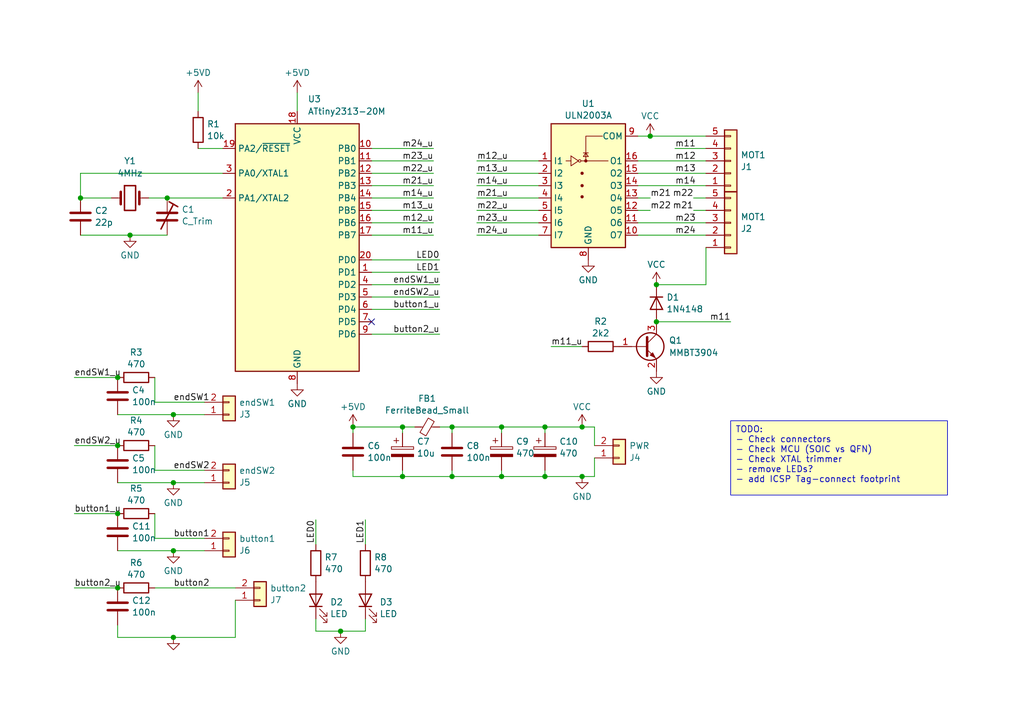
<source format=kicad_sch>
(kicad_sch (version 20250114) (generator "eeschema") (generator_version "9.0")
  (paper "A5")
  (title_block (title "Split flap driver") (date "2025-08-31") (rev "A") (company "Xavier Bourlot"))
  (lib_symbols
    (symbol "Connector_Generic:Conn_01x02" (pin_names (offset 1.016) (hide yes))
      (property "Reference" "J" (at 0 2.54 0))
      (property "Value" "Conn_01x02" (at 0 -5.08 0))
      (symbol "Conn_01x02_1_1"
        (rectangle (start -1.27 1.27) (end 1.27 -3.81) (stroke (width 0.254)) (fill (type background)))
        (rectangle (start -1.27 0.127) (end 0 -0.127) (stroke (width 0.1524)))
        (rectangle (start -1.27 -2.413) (end 0 -2.667) (stroke (width 0.1524)))
        (pin passive line (at -5.08 0 0) (length 3.81) (name "Pin_1") (number "1"))
        (pin passive line (at -5.08 -2.54 0) (length 3.81) (name "Pin_2") (number "2"))
      )
    )
    (symbol "Connector_Generic:Conn_01x05" (pin_names (offset 1.016) (hide yes))
      (property "Reference" "J" (at 0 7.62 0))
      (property "Value" "Conn_01x05" (at 0 -7.62 0))
      (symbol "Conn_01x05_1_1"
        (rectangle (start -1.27 6.35) (end 1.27 -6.35) (stroke (width 0.254)) (fill (type background)))
        (rectangle (start -1.27 5.207) (end 0 4.953) (stroke (width 0.1524)))
        (rectangle (start -1.27 2.667) (end 0 2.413) (stroke (width 0.1524)))
        (rectangle (start -1.27 0.127) (end 0 -0.127) (stroke (width 0.1524)))
        (rectangle (start -1.27 -2.413) (end 0 -2.667) (stroke (width 0.1524)))
        (rectangle (start -1.27 -4.953) (end 0 -5.207) (stroke (width 0.1524)))
        (pin passive line (at -5.08 5.08 0) (length 3.81) (name "Pin_1") (number "1"))
        (pin passive line (at -5.08 2.54 0) (length 3.81) (name "Pin_2") (number "2"))
        (pin passive line (at -5.08 0 0) (length 3.81) (name "Pin_3") (number "3"))
        (pin passive line (at -5.08 -2.54 0) (length 3.81) (name "Pin_4") (number "4"))
        (pin passive line (at -5.08 -5.08 0) (length 3.81) (name "Pin_5") (number "5"))
      )
    )
    (symbol "Device:C" (pin_numbers (hide yes)) (pin_names (offset 0.254))
      (property "Reference" "C" (at 0.635 2.54 0))
      (property "Value" "C" (at 0.635 -2.54 0))
      (symbol "C_0_1"
        (polyline (pts (xy -2.032 0.762) (xy 2.032 0.762)) (stroke (width 0.508)))
        (polyline (pts (xy -2.032 -0.762) (xy 2.032 -0.762)) (stroke (width 0.508)))
      )
      (symbol "C_1_1"
        (pin passive line (at 0 3.81 270) (length 2.794) (name "~") (number "1"))
        (pin passive line (at 0 -3.81 90) (length 2.794) (name "~") (number "2"))
      )
    )
    (symbol "Device:C_Polarized" (pin_numbers (hide yes)) (pin_names (offset 0.254))
      (property "Reference" "C" (at 0.635 2.54 0))
      (property "Value" "C_Polarized" (at 0.635 -2.54 0))
      (symbol "C_Polarized_0_1"
        (rectangle (start -2.286 0.508) (end 2.286 1.016))
        (polyline (pts (xy -1.778 2.286) (xy -0.762 2.286)))
        (polyline (pts (xy -1.27 2.794) (xy -1.27 1.778)))
        (rectangle (start 2.286 -0.508) (end -2.286 -1.016) (fill (type outline)))
      )
      (symbol "C_Polarized_1_1"
        (pin passive line (at 0 3.81 270) (length 2.794) (name "~") (number "1"))
        (pin passive line (at 0 -3.81 90) (length 2.794) (name "~") (number "2"))
      )
    )
    (symbol "Device:C_Trim" (pin_numbers (hide yes)) (pin_names (offset 0.254) (hide yes))
      (property "Reference" "C" (at 1.524 -2.032 0))
      (property "Value" "C_Trim" (at 3.048 -3.556 0))
      (symbol "C_Trim_0_1"
        (polyline (pts (xy -2.032 0.762) (xy 2.032 0.762)) (stroke (width 0.508)))
        (polyline (pts (xy -2.032 -0.762) (xy 2.032 -0.762)) (stroke (width 0.508)))
        (polyline (pts (xy 1.27 2.54) (xy -1.27 -2.54)) (stroke (width 0.3048)))
        (polyline (pts (xy 1.27 2.54) (xy 0.381 3.048)) (stroke (width 0.3048)))
        (polyline (pts (xy 1.27 2.54) (xy 2.159 2.032)) (stroke (width 0.3048)))
      )
      (symbol "C_Trim_1_1"
        (pin passive line (at 0 3.81 270) (length 3.048) (name "~") (number "1"))
        (pin passive line (at 0 -3.81 90) (length 3.048) (name "~") (number "2"))
      )
    )
    (symbol "Device:Crystal" (pin_numbers (hide yes)) (pin_names (offset 1.016) (hide yes))
      (property "Reference" "Y" (at 0 3.81 0))
      (property "Value" "Crystal" (at 0 -3.81 0))
      (symbol "Crystal_0_1"
        (polyline (pts (xy -2.54 0) (xy -1.905 0)))
        (polyline (pts (xy -1.905 -1.27) (xy -1.905 1.27)) (stroke (width 0.508)))
        (rectangle (start -1.143 2.54) (end 1.143 -2.54) (stroke (width 0.3048)))
        (polyline (pts (xy 1.905 -1.27) (xy 1.905 1.27)) (stroke (width 0.508)))
        (polyline (pts (xy 2.54 0) (xy 1.905 0)))
      )
      (symbol "Crystal_1_1"
        (pin passive line (at -3.81 0 0) (length 1.27) (name "1") (number "1"))
        (pin passive line (at 3.81 0 180) (length 1.27) (name "2") (number "2"))
      )
    )
    (symbol "Device:FerriteBead_Small" (pin_numbers (hide yes)) (pin_names (offset 0))
      (property "Reference" "FB" (at 1.905 1.27 0))
      (property "Value" "FerriteBead_Small" (at 1.905 -1.27 0))
      (symbol "FerriteBead_Small_0_1"
        (polyline (pts (xy -1.8288 0.2794) (xy -1.1176 1.4986) (xy 1.8288 -0.2032) (xy 1.1176 -1.4224) (xy -1.8288 0.2794)))
        (polyline (pts (xy 0 0.889) (xy 0 1.2954)))
        (polyline (pts (xy 0 -1.27) (xy 0 -0.7874)))
      )
      (symbol "FerriteBead_Small_1_1"
        (pin passive line (at 0 2.54 270) (length 1.27) (name "~") (number "1"))
        (pin passive line (at 0 -2.54 90) (length 1.27) (name "~") (number "2"))
      )
    )
    (symbol "Device:LED" (pin_numbers (hide yes)) (pin_names (offset 1.016) (hide yes))
      (property "Reference" "D" (at 0 2.54 0))
      (property "Value" "LED" (at 0 -2.54 0))
      (symbol "LED_0_1"
        (polyline (pts (xy -3.048 -0.762) (xy -4.572 -2.286) (xy -3.81 -2.286) (xy -4.572 -2.286) (xy -4.572 -1.524)))
        (polyline (pts (xy -1.778 -0.762) (xy -3.302 -2.286) (xy -2.54 -2.286) (xy -3.302 -2.286) (xy -3.302 -1.524)))
        (polyline (pts (xy -1.27 0) (xy 1.27 0)))
        (polyline (pts (xy -1.27 -1.27) (xy -1.27 1.27)) (stroke (width 0.254)))
        (polyline (pts (xy 1.27 -1.27) (xy 1.27 1.27) (xy -1.27 0) (xy 1.27 -1.27)) (stroke (width 0.254)))
      )
      (symbol "LED_1_1"
        (pin passive line (at -3.81 0 0) (length 2.54) (name "K") (number "1"))
        (pin passive line (at 3.81 0 180) (length 2.54) (name "A") (number "2"))
      )
    )
    (symbol "Device:R" (pin_numbers (hide yes)) (pin_names (offset 0))
      (property "Reference" "R" (at 2.032 0 90))
      (property "Value" "R" (at 0 0 90))
      (symbol "R_0_1"
        (rectangle (start -1.016 -2.54) (end 1.016 2.54) (stroke (width 0.254)))
      )
      (symbol "R_1_1"
        (pin passive line (at 0 3.81 270) (length 1.27) (name "~") (number "1"))
        (pin passive line (at 0 -3.81 90) (length 1.27) (name "~") (number "2"))
      )
    )
    (symbol "Diode:1N4148" (pin_numbers (hide yes)) (pin_names (hide yes))
      (property "Reference" "D" (at 0 2.54 0))
      (property "Value" "1N4148" (at 0 -2.54 0))
      (symbol "1N4148_0_1"
        (polyline (pts (xy -1.27 1.27) (xy -1.27 -1.27)) (stroke (width 0.254)))
        (polyline (pts (xy 1.27 1.27) (xy 1.27 -1.27) (xy -1.27 0) (xy 1.27 1.27)) (stroke (width 0.254)))
        (polyline (pts (xy 1.27 0) (xy -1.27 0)))
      )
      (symbol "1N4148_1_1"
        (pin passive line (at -3.81 0 0) (length 2.54) (name "K") (number "1"))
        (pin passive line (at 3.81 0 180) (length 2.54) (name "A") (number "2"))
      )
    )
    (symbol "MCU_Microchip_ATtiny:ATtiny2313-20M"
      (property "Reference" "U" (at -12.7 26.67 0))
      (property "Value" "ATtiny2313-20M" (at 2.54 -26.67 0))
      (symbol "ATtiny2313-20M_0_1"
        (rectangle (start -12.7 -25.4) (end 12.7 25.4) (stroke (width 0.254)) (fill (type background)))
      )
      (symbol "ATtiny2313-20M_1_1"
        (pin bidirectional line (at -15.24 20.32 0) (length 2.54) (name "PA2/~{RESET}") (number "19"))
        (pin bidirectional line (at -15.24 15.24 0) (length 2.54) (name "PA0/XTAL1") (number "3"))
        (pin bidirectional line (at -15.24 10.16 0) (length 2.54) (name "PA1/XTAL2") (number "2"))
        (pin power_in line (at 0 27.94 270) (length 2.54) (name "VCC") (number "18"))
        (pin passive line (at 0 -27.94 90) (length 2.54) (hide yes) (name "GND") (number "21"))
        (pin power_in line (at 0 -27.94 90) (length 2.54) (name "GND") (number "8"))
        (pin bidirectional line (at 15.24 20.32 180) (length 2.54) (name "PB0") (number "10"))
        (pin bidirectional line (at 15.24 17.78 180) (length 2.54) (name "PB1") (number "11"))
        (pin bidirectional line (at 15.24 15.24 180) (length 2.54) (name "PB2") (number "12"))
        (pin bidirectional line (at 15.24 12.7 180) (length 2.54) (name "PB3") (number "13"))
        (pin bidirectional line (at 15.24 10.16 180) (length 2.54) (name "PB4") (number "14"))
        (pin bidirectional line (at 15.24 7.62 180) (length 2.54) (name "PB5") (number "15"))
        (pin bidirectional line (at 15.24 5.08 180) (length 2.54) (name "PB6") (number "16"))
        (pin bidirectional line (at 15.24 2.54 180) (length 2.54) (name "PB7") (number "17"))
        (pin bidirectional line (at 15.24 -2.54 180) (length 2.54) (name "PD0") (number "20"))
        (pin bidirectional line (at 15.24 -5.08 180) (length 2.54) (name "PD1") (number "1"))
        (pin bidirectional line (at 15.24 -7.62 180) (length 2.54) (name "PD2") (number "4"))
        (pin bidirectional line (at 15.24 -10.16 180) (length 2.54) (name "PD3") (number "5"))
        (pin bidirectional line (at 15.24 -12.7 180) (length 2.54) (name "PD4") (number "6"))
        (pin bidirectional line (at 15.24 -15.24 180) (length 2.54) (name "PD5") (number "7"))
        (pin bidirectional line (at 15.24 -17.78 180) (length 2.54) (name "PD6") (number "9"))
      )
    )
    (symbol "Transistor_Array:ULN2003A"
      (property "Reference" "U" (at 0 15.875 0))
      (property "Value" "ULN2003A" (at 0 13.97 0))
      (symbol "ULN2003A_0_1"
        (rectangle (start -7.62 -12.7) (end 7.62 12.7) (stroke (width 0.254)) (fill (type background)))
        (polyline (pts (xy -4.572 5.08) (xy -3.556 5.08)))
        (polyline (pts (xy -3.556 6.096) (xy -3.556 4.064) (xy -2.032 5.08) (xy -3.556 6.096)))
        (circle (center -1.778 5.08) (radius 0.254))
        (polyline (pts (xy -1.524 5.08) (xy 4.064 5.08)))
        (circle (center -1.27 2.54) (radius 0.254) (fill (type outline)))
        (circle (center -1.27 0) (radius 0.254) (fill (type outline)))
        (circle (center -1.27 -2.286) (radius 0.254) (fill (type outline)))
        (circle (center -0.508 5.08) (radius 0.254) (fill (type outline)))
        (polyline (pts (xy -0.508 5.08) (xy -0.508 10.16) (xy 2.921 10.16)))
        (polyline (pts (xy 0 6.731) (xy -1.016 6.731)))
        (polyline (pts (xy 0 5.969) (xy -1.016 5.969) (xy -0.508 6.731) (xy 0 5.969)))
      )
      (symbol "ULN2003A_1_1"
        (pin input line (at -10.16 5.08 0) (length 2.54) (name "I1") (number "1"))
        (pin input line (at -10.16 2.54 0) (length 2.54) (name "I2") (number "2"))
        (pin input line (at -10.16 0 0) (length 2.54) (name "I3") (number "3"))
        (pin input line (at -10.16 -2.54 0) (length 2.54) (name "I4") (number "4"))
        (pin input line (at -10.16 -5.08 0) (length 2.54) (name "I5") (number "5"))
        (pin input line (at -10.16 -7.62 0) (length 2.54) (name "I6") (number "6"))
        (pin input line (at -10.16 -10.16 0) (length 2.54) (name "I7") (number "7"))
        (pin power_in line (at 0 -15.24 90) (length 2.54) (name "GND") (number "8"))
        (pin passive line (at 10.16 10.16 180) (length 2.54) (name "COM") (number "9"))
        (pin open_collector line (at 10.16 5.08 180) (length 2.54) (name "O1") (number "16"))
        (pin open_collector line (at 10.16 2.54 180) (length 2.54) (name "O2") (number "15"))
        (pin open_collector line (at 10.16 0 180) (length 2.54) (name "O3") (number "14"))
        (pin open_collector line (at 10.16 -2.54 180) (length 2.54) (name "O4") (number "13"))
        (pin open_collector line (at 10.16 -5.08 180) (length 2.54) (name "O5") (number "12"))
        (pin open_collector line (at 10.16 -7.62 180) (length 2.54) (name "O6") (number "11"))
        (pin open_collector line (at 10.16 -10.16 180) (length 2.54) (name "O7") (number "10"))
      )
    )
    (symbol "Transistor_BJT:MMBT3904" (pin_names (offset 0) (hide yes))
      (property "Reference" "Q" (at 5.08 1.905 0))
      (property "Value" "MMBT3904" (at 5.08 0 0))
      (symbol "MMBT3904_0_1"
        (polyline (pts (xy -2.54 0) (xy 0.635 0)))
        (polyline (pts (xy 0.635 1.905) (xy 0.635 -1.905)) (stroke (width 0.508)))
        (circle (center 1.27 0) (radius 2.8194) (stroke (width 0.254)))
      )
      (symbol "MMBT3904_1_1"
        (polyline (pts (xy 0.635 0.635) (xy 2.54 2.54)))
        (polyline (pts (xy 0.635 -0.635) (xy 2.54 -2.54)))
        (polyline (pts (xy 1.27 -1.778) (xy 1.778 -1.27) (xy 2.286 -2.286) (xy 1.27 -1.778)) (fill (type outline)))
        (pin input line (at -5.08 0 0) (length 2.54) (name "B") (number "1"))
        (pin passive line (at 2.54 5.08 270) (length 2.54) (name "C") (number "3"))
        (pin passive line (at 2.54 -5.08 90) (length 2.54) (name "E") (number "2"))
      )
    )
    (symbol "power:+5VD" (power) (pin_names (offset 0))
      (property "Value" "+5VD" (at 0 3.556 0))
      (symbol "+5VD_0_1"
        (polyline (pts (xy -0.762 1.27) (xy 0 2.54)))
        (polyline (pts (xy 0 2.54) (xy 0.762 1.27)))
        (polyline (pts (xy 0 0) (xy 0 2.54)))
      )
      (symbol "+5VD_1_1"
        (pin power_in line (at 0 0 90) (length 0) (hide yes) (name "+5VD") (number "1"))
      )
    )
    (symbol "power:GND" (power) (pin_names (offset 0))
      (property "Value" "GND" (at 0 -3.81 0))
      (symbol "GND_0_1"
        (polyline (pts (xy 0 0) (xy 0 -1.27) (xy 1.27 -1.27) (xy 0 -2.54) (xy -1.27 -1.27) (xy 0 -1.27)))
      )
      (symbol "GND_1_1"
        (pin power_in line (at 0 0 270) (length 0) (hide yes) (name "GND") (number "1"))
      )
    )
    (symbol "power:VCC" (power) (pin_names (offset 0))
      (property "Value" "VCC" (at 0 3.81 0))
      (symbol "VCC_0_1"
        (polyline (pts (xy -0.762 1.27) (xy 0 2.54)))
        (polyline (pts (xy 0 2.54) (xy 0.762 1.27)))
        (polyline (pts (xy 0 0) (xy 0 2.54)))
      )
      (symbol "VCC_1_1"
        (pin power_in line (at 0 0 90) (length 0) (hide yes) (name "VCC") (number "1"))
      )
    )
  )
  (text_box "TODO:\n- Check connectors\n- Check MCU (SOIC vs QFN)\n- Check XTAL trimmer\n- remove LEDs?\n- add ICSP Tag-connect footprint" (at 149.86 86.36 0) (size 44.45 15.24) (margins 0.9525 0.9525 0.9525 0.9525) (fill (type color) (color 255 255 194 1)) (effects (font (size 1.27 1.27)) (justify left top)))
  (junction (at 134.62 66.04))
  (junction (at 72.39 87.63))
  (junction (at 92.71 87.63))
  (junction (at 35.56 99.06))
  (junction (at 119.38 87.63))
  (junction (at 24.13 91.44))
  (junction (at 102.87 97.79))
  (junction (at 35.56 130.81))
  (junction (at 34.29 40.64))
  (junction (at 35.56 113.03))
  (junction (at 133.35 27.94))
  (junction (at 111.76 97.79))
  (junction (at 69.85 129.54))
  (junction (at 92.71 97.79))
  (junction (at 16.51 40.64))
  (junction (at 24.13 120.65))
  (junction (at 102.87 87.63))
  (junction (at 119.38 97.79))
  (junction (at 82.55 87.63))
  (junction (at 24.13 77.47))
  (junction (at 82.55 97.79))
  (junction (at 35.56 85.09))
  (junction (at 134.62 58.42))
  (junction (at 26.67 48.26))
  (junction (at 111.76 87.63))
  (junction (at 24.13 105.41))
  (no_connect (at 76.2 66.04))
  (wire (pts (xy 88.9 33.02) (xy 76.2 33.02)))
  (wire (pts (xy 92.71 97.79) (xy 82.55 97.79)))
  (wire (pts (xy 97.79 38.1) (xy 110.49 38.1)))
  (wire (pts (xy 24.13 99.06) (xy 35.56 99.06)))
  (wire (pts (xy 40.64 19.05) (xy 40.64 22.86)))
  (wire (pts (xy 76.2 53.34) (xy 90.17 53.34)))
  (wire (pts (xy 64.77 106.68) (xy 64.77 111.76)))
  (wire (pts (xy 82.55 96.52) (xy 82.55 97.79)))
  (wire (pts (xy 35.56 99.06) (xy 41.91 99.06)))
  (wire (pts (xy 74.93 106.68) (xy 74.93 111.76)))
  (wire (pts (xy 92.71 87.63) (xy 102.87 87.63)))
  (wire (pts (xy 133.35 43.18) (xy 130.81 43.18)))
  (wire (pts (xy 82.55 88.9) (xy 82.55 87.63)))
  (wire (pts (xy 142.24 43.18) (xy 144.78 43.18)))
  (wire (pts (xy 88.9 40.64) (xy 76.2 40.64)))
  (wire (pts (xy 35.56 85.09) (xy 41.91 85.09)))
  (wire (pts (xy 111.76 88.9) (xy 111.76 87.63)))
  (wire (pts (xy 31.75 77.47) (xy 31.75 82.55)))
  (wire (pts (xy 92.71 97.79) (xy 102.87 97.79)))
  (wire (pts (xy 15.24 105.41) (xy 24.13 105.41)))
  (wire (pts (xy 74.93 129.54) (xy 74.93 127)))
  (wire (pts (xy 97.79 33.02) (xy 110.49 33.02)))
  (wire (pts (xy 134.62 66.04) (xy 149.86 66.04)))
  (wire (pts (xy 88.9 38.1) (xy 76.2 38.1)))
  (wire (pts (xy 15.24 120.65) (xy 24.13 120.65)))
  (wire (pts (xy 82.55 87.63) (xy 85.09 87.63)))
  (wire (pts (xy 31.75 96.52) (xy 41.91 96.52)))
  (wire (pts (xy 64.77 127) (xy 64.77 129.54)))
  (wire (pts (xy 90.17 87.63) (xy 92.71 87.63)))
  (wire (pts (xy 16.51 48.26) (xy 26.67 48.26)))
  (wire (pts (xy 69.85 129.54) (xy 74.93 129.54)))
  (wire (pts (xy 144.78 33.02) (xy 130.81 33.02)))
  (wire (pts (xy 35.56 130.81) (xy 48.26 130.81)))
  (wire (pts (xy 102.87 97.79) (xy 111.76 97.79)))
  (wire (pts (xy 31.75 120.65) (xy 48.26 120.65)))
  (wire (pts (xy 30.48 40.64) (xy 34.29 40.64)))
  (wire (pts (xy 82.55 97.79) (xy 72.39 97.79)))
  (wire (pts (xy 31.75 91.44) (xy 31.75 96.52)))
  (wire (pts (xy 31.75 105.41) (xy 31.75 110.49)))
  (wire (pts (xy 130.81 48.26) (xy 144.78 48.26)))
  (wire (pts (xy 48.26 123.19) (xy 48.26 130.81)))
  (wire (pts (xy 144.78 58.42) (xy 134.62 58.42)))
  (wire (pts (xy 72.39 88.9) (xy 72.39 87.63)))
  (wire (pts (xy 102.87 96.52) (xy 102.87 97.79)))
  (wire (pts (xy 24.13 130.81) (xy 24.13 128.27)))
  (wire (pts (xy 88.9 30.48) (xy 76.2 30.48)))
  (wire (pts (xy 72.39 87.63) (xy 82.55 87.63)))
  (wire (pts (xy 45.72 35.56) (xy 16.51 35.56)))
  (wire (pts (xy 111.76 87.63) (xy 119.38 87.63)))
  (wire (pts (xy 97.79 43.18) (xy 110.49 43.18)))
  (wire (pts (xy 97.79 35.56) (xy 110.49 35.56)))
  (wire (pts (xy 24.13 113.03) (xy 35.56 113.03)))
  (wire (pts (xy 121.92 87.63) (xy 121.92 91.44)))
  (wire (pts (xy 88.9 45.72) (xy 76.2 45.72)))
  (wire (pts (xy 133.35 27.94) (xy 130.81 27.94)))
  (wire (pts (xy 119.38 87.63) (xy 121.92 87.63)))
  (wire (pts (xy 26.67 48.26) (xy 34.29 48.26)))
  (wire (pts (xy 15.24 77.47) (xy 24.13 77.47)))
  (wire (pts (xy 111.76 96.52) (xy 111.76 97.79)))
  (wire (pts (xy 34.29 40.64) (xy 45.72 40.64)))
  (wire (pts (xy 121.92 97.79) (xy 121.92 93.98)))
  (wire (pts (xy 144.78 35.56) (xy 130.81 35.56)))
  (wire (pts (xy 24.13 85.09) (xy 35.56 85.09)))
  (wire (pts (xy 133.35 27.94) (xy 144.78 27.94)))
  (wire (pts (xy 72.39 97.79) (xy 72.39 96.52)))
  (wire (pts (xy 24.13 130.81) (xy 35.56 130.81)))
  (wire (pts (xy 102.87 87.63) (xy 111.76 87.63)))
  (wire (pts (xy 35.56 113.03) (xy 41.91 113.03)))
  (wire (pts (xy 88.9 35.56) (xy 76.2 35.56)))
  (wire (pts (xy 76.2 55.88) (xy 90.17 55.88)))
  (wire (pts (xy 113.03 71.12) (xy 119.38 71.12)))
  (wire (pts (xy 76.2 60.96) (xy 90.17 60.96)))
  (wire (pts (xy 64.77 129.54) (xy 69.85 129.54)))
  (wire (pts (xy 119.38 97.79) (xy 121.92 97.79)))
  (wire (pts (xy 15.24 91.44) (xy 24.13 91.44)))
  (wire (pts (xy 144.78 50.8) (xy 144.78 58.42)))
  (wire (pts (xy 88.9 43.18) (xy 76.2 43.18)))
  (wire (pts (xy 31.75 110.49) (xy 41.91 110.49)))
  (wire (pts (xy 138.43 30.48) (xy 144.78 30.48)))
  (wire (pts (xy 16.51 35.56) (xy 16.51 40.64)))
  (wire (pts (xy 40.64 30.48) (xy 45.72 30.48)))
  (wire (pts (xy 144.78 38.1) (xy 130.81 38.1)))
  (wire (pts (xy 97.79 45.72) (xy 110.49 45.72)))
  (wire (pts (xy 97.79 48.26) (xy 110.49 48.26)))
  (wire (pts (xy 97.79 40.64) (xy 110.49 40.64)))
  (wire (pts (xy 76.2 63.5) (xy 90.17 63.5)))
  (wire (pts (xy 76.2 68.58) (xy 90.17 68.58)))
  (wire (pts (xy 102.87 88.9) (xy 102.87 87.63)))
  (wire (pts (xy 111.76 97.79) (xy 119.38 97.79)))
  (wire (pts (xy 92.71 87.63) (xy 92.71 88.9)))
  (wire (pts (xy 130.81 45.72) (xy 144.78 45.72)))
  (wire (pts (xy 31.75 82.55) (xy 41.91 82.55)))
  (wire (pts (xy 142.24 40.64) (xy 144.78 40.64)))
  (wire (pts (xy 60.96 19.05) (xy 60.96 22.86)))
  (wire (pts (xy 92.71 96.52) (xy 92.71 97.79)))
  (wire (pts (xy 133.35 40.64) (xy 130.81 40.64)))
  (wire (pts (xy 76.2 48.26) (xy 88.9 48.26)))
  (wire (pts (xy 16.51 40.64) (xy 22.86 40.64)))
  (wire (pts (xy 76.2 58.42) (xy 90.17 58.42)))
  (label "m24_u" (at 97.79 48.26 0))
  (label "endSW1" (at 35.56 82.55 0))
  (label "button1" (at 35.56 110.49 0))
  (label "m24_u" (at 88.9 30.48 180))
  (label "m13_u" (at 97.79 35.56 0))
  (label "m22_u" (at 97.79 43.18 0))
  (label "m14_u" (at 97.79 38.1 0))
  (label "m14_u" (at 88.9 40.64 180))
  (label "m12" (at 138.43 33.02 0))
  (label "m22_u" (at 88.9 35.56 180))
  (label "m11" (at 138.43 30.48 0))
  (label "m21_u" (at 88.9 38.1 180))
  (label "endSW1_u" (at 15.24 77.47 0))
  (label "LED1" (at 74.93 106.68 270))
  (label "endSW2_u" (at 15.24 91.44 0))
  (label "LED0" (at 90.17 53.34 180))
  (label "m13" (at 138.43 35.56 0))
  (label "m24" (at 138.43 48.26 0))
  (label "m11" (at 149.86 66.04 180))
  (label "LED1" (at 90.17 55.88 180))
  (label "button1_u" (at 90.17 63.5 180))
  (label "endSW2" (at 35.56 96.52 0))
  (label "m21_u" (at 97.79 40.64 0))
  (label "button1_u" (at 15.24 105.41 0))
  (label "button2_u" (at 15.24 120.65 0))
  (label "m22" (at 142.24 40.64 180))
  (label "endSW2_u" (at 90.17 60.96 180))
  (label "endSW1_u" (at 90.17 58.42 180))
  (label "LED0" (at 64.77 106.68 270))
  (label "button2" (at 35.56 120.65 0))
  (label "m13_u" (at 88.9 43.18 180))
  (label "m21" (at 133.35 40.64 0))
  (label "button2_u" (at 90.17 68.58 180))
  (label "m22" (at 133.35 43.18 0))
  (label "m23_u" (at 88.9 33.02 180))
  (label "m11_u" (at 113.03 71.12 0))
  (label "m14" (at 138.43 38.1 0))
  (label "m23" (at 138.43 45.72 0))
  (label "m23_u" (at 97.79 45.72 0))
  (label "m12_u" (at 97.79 33.02 0))
  (label "m21" (at 142.24 43.18 180))
  (label "m12_u" (at 88.9 45.72 180))
  (label "m11_u" (at 88.9 48.26 180))
  (symbol (lib_id "power:GND") (at 35.56 130.81 0) (unit 1)
    (property "Reference" "#PWR15" (effects (hide yes)))
    (property "Value" "GND" (effects (hide yes)))
    (property "Description" "Power symbol creates a global label with name \"GND\" , ground" (effects (hide yes)))
  )
  (symbol (lib_id "Device:C") (at 72.39 92.71 0) (unit 1)
    (property "Reference" "C6" (at 75.311 91.4978 0) (effects (justify left)))
    (property "Value" "100n" (at 75.311 93.9221 0) (effects (justify left)))
    (property "Footprint" "Capacitor_SMD:C_0402_1005Metric" (effects (hide yes)))
    (property "Description" "Unpolarized capacitor" (effects (hide yes)))
  )
  (symbol (lib_id "Device:R") (at 27.94 91.44 90) (unit 1)
    (property "Reference" "R4" (at 27.94 86.2795 90))
    (property "Value" "470" (at 27.94 88.7038 90))
    (property "Footprint" "Resistor_SMD:R_0402_1005Metric" (effects (hide yes)))
    (property "Description" "Resistor" (effects (hide yes)))
  )
  (symbol (lib_id "Device:C") (at 16.51 44.45 0) (unit 1)
    (property "Reference" "C2" (at 19.431 43.2378 0) (effects (justify left)))
    (property "Value" "22p" (at 19.431 45.6621 0) (effects (justify left)))
    (property "Footprint" "Capacitor_SMD:C_0402_1005Metric" (effects (hide yes)))
    (property "Description" "Unpolarized capacitor" (effects (hide yes)))
  )
  (symbol (lib_id "Connector_Generic:Conn_01x02") (at 127 93.98 0) (mirror x) (unit 1)
    (property "Reference" "J4" (at 129.032 93.9222 0) (effects (justify left)))
    (property "Value" "PWR" (at 129.032 91.4979 0) (effects (justify left)))
    (property "Footprint" "Connector_JST:JST_ZH_B2B-ZR_1x02_P1.50mm_Vertical" (effects (hide yes)))
    (property "Description" "Generic connector, single row, 01x02, script generated (kicad-library-utils/schlib/autogen/connector/)" (effects (hide yes)))
  )
  (symbol (lib_id "Connector_Generic:Conn_01x05") (at 149.86 33.02 0) (mirror x) (unit 1)
    (property "Reference" "J1" (at 151.892 34.2322 0) (effects (justify left)))
    (property "Value" "MOT1" (at 151.892 31.8079 0) (effects (justify left)))
    (property "Footprint" "Connector_JST:JST_SH_SM05B-SRSS-TB_1x05-1MP_P1.00mm_Horizontal" (effects (hide yes)))
    (property "Description" "Generic connector, single row, 01x05, script generated (kicad-library-utils/schlib/autogen/connector/)" (effects (hide yes)))
  )
  (symbol (lib_id "Device:C_Polarized") (at 102.87 92.71 0) (unit 1)
    (property "Reference" "C9" (at 105.791 90.6088 0) (effects (justify left)))
    (property "Value" "470" (at 105.791 93.0331 0) (effects (justify left)))
    (property "Footprint" "Capacitor_SMD:C_0805_2012Metric" (effects (hide yes)))
    (property "Description" "Polarized capacitor" (effects (hide yes)))
  )
  (symbol (lib_id "power:GND") (at 26.67 48.26 0) (unit 1)
    (property "Reference" "#PWR4" (effects (hide yes)))
    (property "Value" "GND" (at 26.67 52.3931 0))
    (property "Description" "Power symbol creates a global label with name \"GND\" , ground" (effects (hide yes)))
  )
  (symbol (lib_id "MCU_Microchip_ATtiny:ATtiny2313-20M") (at 60.96 50.8 0) (unit 1)
    (property "Reference" "U3" (at 63.1033 20.32 0) (effects (justify left)))
    (property "Value" "ATtiny2313-20M" (at 63.1033 22.86 0) (effects (justify left)))
    (property "Footprint" "Package_DFN_QFN:MLF-20-1EP_4x4mm_P0.5mm_EP2.6x2.6mm" (effects (hide yes)))
    (property "Datasheet" "http://ww1.microchip.com/downloads/en/DeviceDoc/Atmel-2543-AVR-ATtiny2313_Datasheet.pdf" (effects (hide yes)))
    (property "Description" "20MHz, 2kB Flash, 128B SRAM, 128B EEPROM, debugWIRE, QFN-20" (effects (hide yes)))
  )
  (symbol (lib_id "power:+5VD") (at 40.64 19.05 0) (unit 1)
    (property "Reference" "#PWR1" (effects (hide yes)))
    (property "Value" "+5VD" (at 40.64 14.9169 0))
    (property "Description" "Power symbol creates a global label with name \"+5VD\"" (effects (hide yes)))
  )
  (symbol (lib_id "power:GND") (at 35.56 85.09 0) (unit 1)
    (property "Reference" "#PWR9" (effects (hide yes)))
    (property "Value" "GND" (at 35.56 89.2231 0))
    (property "Description" "Power symbol creates a global label with name \"GND\" , ground" (effects (hide yes)))
  )
  (symbol (lib_id "Device:FerriteBead_Small") (at 87.63 87.63 90) (unit 1)
    (property "Reference" "FB1" (at 87.5919 81.7837 90))
    (property "Value" "FerriteBead_Small" (at 87.5919 84.208 90))
    (property "Footprint" "Inductor_SMD:L_0603_1608Metric" (effects (hide yes)))
    (property "Description" "Ferrite bead, small symbol" (effects (hide yes)))
  )
  (symbol (lib_id "power:VCC") (at 119.38 87.63 0) (unit 1)
    (property "Reference" "#PWR11" (effects (hide yes)))
    (property "Value" "VCC" (at 119.38 83.4969 0))
    (property "Description" "Power symbol creates a global label with name \"VCC\"" (effects (hide yes)))
  )
  (symbol (lib_id "Device:LED") (at 74.93 123.19 90) (unit 1)
    (property "Reference" "D3" (at 77.851 123.5653 90) (effects (justify right)))
    (property "Value" "LED" (at 77.851 125.9896 90) (effects (justify right)))
    (property "Footprint" "Diode_SMD:D_0603_1608Metric" (effects (hide yes)))
    (property "Description" "Light emitting diode" (effects (hide yes)))
  )
  (symbol (lib_id "power:GND") (at 134.62 76.2 0) (unit 1)
    (property "Reference" "#PWR7" (effects (hide yes)))
    (property "Value" "GND" (at 134.62 80.3331 0))
    (property "Description" "Power symbol creates a global label with name \"GND\" , ground" (effects (hide yes)))
  )
  (symbol (lib_id "power:GND") (at 120.65 53.34 0) (unit 1)
    (property "Reference" "#PWR5" (effects (hide yes)))
    (property "Value" "GND" (at 120.65 57.4731 0))
    (property "Description" "Power symbol creates a global label with name \"GND\" , ground" (effects (hide yes)))
  )
  (symbol (lib_id "Device:R") (at 123.19 71.12 90) (unit 1)
    (property "Reference" "R2" (at 123.19 65.9595 90))
    (property "Value" "2k2" (at 123.19 68.3838 90))
    (property "Footprint" "Resistor_SMD:R_0402_1005Metric" (effects (hide yes)))
    (property "Description" "Resistor" (effects (hide yes)))
  )
  (symbol (lib_id "Device:R") (at 74.93 115.57 0) (unit 1)
    (property "Reference" "R8" (at 76.708 114.3578 0) (effects (justify left)))
    (property "Value" "470" (at 76.708 116.7821 0) (effects (justify left)))
    (property "Footprint" "Resistor_SMD:R_0402_1005Metric" (effects (hide yes)))
    (property "Description" "Resistor" (effects (hide yes)))
  )
  (symbol (lib_id "Device:R") (at 64.77 115.57 0) (unit 1)
    (property "Reference" "R7" (at 66.548 114.3578 0) (effects (justify left)))
    (property "Value" "470" (at 66.548 116.7821 0) (effects (justify left)))
    (property "Footprint" "Resistor_SMD:R_0402_1005Metric" (effects (hide yes)))
    (property "Description" "Resistor" (effects (hide yes)))
  )
  (symbol (lib_id "Device:R") (at 27.94 105.41 90) (unit 1)
    (property "Reference" "R5" (at 27.94 100.2495 90))
    (property "Value" "470" (at 27.94 102.6738 90))
    (property "Footprint" "Resistor_SMD:R_0402_1005Metric" (effects (hide yes)))
    (property "Description" "Resistor" (effects (hide yes)))
  )
  (symbol (lib_id "Transistor_BJT:MMBT3904") (at 132.08 71.12 0) (unit 1)
    (property "Reference" "Q1" (at 137.16 69.8499 0) (effects (justify left)))
    (property "Value" "MMBT3904" (at 137.16 72.3899 0) (effects (justify left)))
    (property "Footprint" "Package_TO_SOT_SMD:SOT-23" (effects (hide yes)))
    (property "Datasheet" "https://www.onsemi.com/pdf/datasheet/pzt3904-d.pdf" (effects (hide yes)))
    (property "Description" "0.2A Ic, 40V Vce, Small Signal NPN Transistor, SOT-23" (effects (hide yes)))
  )
  (symbol (lib_id "Device:C_Trim") (at 34.29 44.45 0) (unit 1)
    (property "Reference" "C1" (at 37.2364 42.9838 0) (effects (justify left)))
    (property "Value" "C_Trim" (at 37.2364 45.4081 0) (effects (justify left)))
    (property "Footprint" "Potentiometer_SMD:Potentiometer_Bourns_3314J_Vertical" (effects (hide yes)))
    (property "Description" "Trimmable capacitor" (effects (hide yes)))
  )
  (symbol (lib_id "Transistor_Array:ULN2003A") (at 120.65 38.1 0) (unit 1)
    (property "Reference" "U1" (at 120.65 21.2555 0))
    (property "Value" "ULN2003A" (at 120.65 23.6798 0))
    (property "Footprint" "Package_SO:TSSOP-16_4.4x5mm_P0.65mm" (effects (hide yes)))
    (property "Datasheet" "http://www.ti.com/lit/ds/symlink/uln2003a.pdf" (effects (hide yes)))
    (property "Description" "High Voltage, High Current Darlington Transistor Arrays, SOIC16/SOIC16W/DIP16/TSSOP16" (effects (hide yes)))
  )
  (symbol (lib_id "Connector_Generic:Conn_01x02") (at 46.99 85.09 0) (mirror x) (unit 1)
    (property "Reference" "J3" (at 49.022 85.0322 0) (effects (justify left)))
    (property "Value" "endSW1" (at 49.022 82.6079 0) (effects (justify left)))
    (property "Footprint" "Connector_JST:JST_ZH_B2B-ZR_1x02_P1.50mm_Vertical" (effects (hide yes)))
    (property "Description" "Generic connector, single row, 01x02, script generated (kicad-library-utils/schlib/autogen/connector/)" (effects (hide yes)))
  )
  (symbol (lib_id "Diode:1N4148") (at 134.62 62.23 270) (unit 1)
    (property "Reference" "D1" (at 136.652 61.0178 90) (effects (justify left)))
    (property "Value" "1N4148" (at 136.652 63.4421 90) (effects (justify left)))
    (property "Footprint" "Diode_SMD:D_MicroMELF" (effects (hide yes)))
    (property "Datasheet" "https://assets.nexperia.com/documents/data-sheet/1N4148_1N4448.pdf" (effects (hide yes)))
    (property "Description" "100V 0.15A standard switching diode, DO-35" (effects (hide yes)))
    (property "Sim.Device" "D" (effects (hide yes)))
    (property "Sim.Pins" "1=K 2=A" (effects (hide yes)))
  )
  (symbol (lib_id "power:GND") (at 60.96 78.74 0) (unit 1)
    (property "Reference" "#PWR8" (effects (hide yes)))
    (property "Value" "GND" (at 60.96 82.8731 0))
    (property "Description" "Power symbol creates a global label with name \"GND\" , ground" (effects (hide yes)))
  )
  (symbol (lib_id "power:VCC") (at 134.62 58.42 0) (unit 1)
    (property "Reference" "#PWR6" (effects (hide yes)))
    (property "Value" "VCC" (at 134.62 54.2869 0))
    (property "Description" "Power symbol creates a global label with name \"VCC\"" (effects (hide yes)))
  )
  (symbol (lib_id "power:+5VD") (at 60.96 19.05 0) (unit 1)
    (property "Reference" "#PWR2" (effects (hide yes)))
    (property "Value" "+5VD" (at 60.96 14.9169 0))
    (property "Description" "Power symbol creates a global label with name \"+5VD\"" (effects (hide yes)))
  )
  (symbol (lib_id "Device:C") (at 24.13 124.46 0) (unit 1)
    (property "Reference" "C12" (at 27.051 123.2478 0) (effects (justify left)))
    (property "Value" "100n" (at 27.051 125.6721 0) (effects (justify left)))
    (property "Footprint" "Capacitor_SMD:C_0402_1005Metric" (effects (hide yes)))
    (property "Description" "Unpolarized capacitor" (effects (hide yes)))
  )
  (symbol (lib_id "power:GND") (at 35.56 99.06 0) (unit 1)
    (property "Reference" "#PWR12" (effects (hide yes)))
    (property "Value" "GND" (at 35.56 103.1931 0))
    (property "Description" "Power symbol creates a global label with name \"GND\" , ground" (effects (hide yes)))
  )
  (symbol (lib_id "Device:C") (at 24.13 81.28 0) (unit 1)
    (property "Reference" "C4" (at 27.051 80.0678 0) (effects (justify left)))
    (property "Value" "100n" (at 27.051 82.4921 0) (effects (justify left)))
    (property "Footprint" "Capacitor_SMD:C_0402_1005Metric" (effects (hide yes)))
    (property "Description" "Unpolarized capacitor" (effects (hide yes)))
  )
  (symbol (lib_id "Connector_Generic:Conn_01x02") (at 46.99 113.03 0) (mirror x) (unit 1)
    (property "Reference" "J6" (at 49.022 112.9722 0) (effects (justify left)))
    (property "Value" "button1" (at 49.022 110.5479 0) (effects (justify left)))
    (property "Footprint" "Connector_JST:JST_ZH_B2B-ZR_1x02_P1.50mm_Vertical" (effects (hide yes)))
    (property "Description" "Generic connector, single row, 01x02, script generated (kicad-library-utils/schlib/autogen/connector/)" (effects (hide yes)))
  )
  (symbol (lib_id "Device:C_Polarized") (at 82.55 92.71 0) (unit 1)
    (property "Reference" "C7" (at 85.471 90.6088 0) (effects (justify left)))
    (property "Value" "10u" (at 85.471 93.0331 0) (effects (justify left)))
    (property "Footprint" "Capacitor_SMD:C_0805_2012Metric" (effects (hide yes)))
    (property "Description" "Polarized capacitor" (effects (hide yes)))
  )
  (symbol (lib_id "Device:LED") (at 64.77 123.19 90) (unit 1)
    (property "Reference" "D2" (at 67.691 123.5653 90) (effects (justify right)))
    (property "Value" "LED" (at 67.691 125.9896 90) (effects (justify right)))
    (property "Footprint" "Diode_SMD:D_0603_1608Metric" (effects (hide yes)))
    (property "Description" "Light emitting diode" (effects (hide yes)))
  )
  (symbol (lib_id "power:GND") (at 119.38 97.79 0) (unit 1)
    (property "Reference" "#PWR13" (effects (hide yes)))
    (property "Value" "GND" (at 119.38 101.9231 0))
    (property "Description" "Power symbol creates a global label with name \"GND\" , ground" (effects (hide yes)))
  )
  (symbol (lib_id "power:GND") (at 69.85 129.54 0) (unit 1)
    (property "Reference" "#PWR16" (effects (hide yes)))
    (property "Value" "GND" (at 69.85 133.6731 0))
    (property "Description" "Power symbol creates a global label with name \"GND\" , ground" (effects (hide yes)))
  )
  (symbol (lib_id "Device:Crystal") (at 26.67 40.64 0) (unit 1)
    (property "Reference" "Y1" (at 26.67 33.02 0))
    (property "Value" "4MHz" (at 26.67 35.56 0))
    (property "Footprint" "Crystal:Crystal_SMD_2016-4Pin_2.0x1.6mm" (effects (hide yes)))
    (property "Description" "Two pin crystal" (effects (hide yes)))
  )
  (symbol (lib_id "power:GND") (at 35.56 113.03 0) (unit 1)
    (property "Reference" "#PWR14" (effects (hide yes)))
    (property "Value" "GND" (at 35.56 117.1631 0))
    (property "Description" "Power symbol creates a global label with name \"GND\" , ground" (effects (hide yes)))
  )
  (symbol (lib_id "Device:C") (at 92.71 92.71 0) (unit 1)
    (property "Reference" "C8" (at 95.631 91.4978 0) (effects (justify left)))
    (property "Value" "100n" (at 95.631 93.9221 0) (effects (justify left)))
    (property "Footprint" "Capacitor_SMD:C_0402_1005Metric" (effects (hide yes)))
    (property "Description" "Unpolarized capacitor" (effects (hide yes)))
  )
  (symbol (lib_id "Connector_Generic:Conn_01x05") (at 149.86 45.72 0) (mirror x) (unit 1)
    (property "Reference" "J2" (at 151.892 46.9322 0) (effects (justify left)))
    (property "Value" "MOT1" (at 151.892 44.5079 0) (effects (justify left)))
    (property "Footprint" "Connector_JST:JST_SH_SM05B-SRSS-TB_1x05-1MP_P1.00mm_Horizontal" (effects (hide yes)))
    (property "Description" "Generic connector, single row, 01x05, script generated (kicad-library-utils/schlib/autogen/connector/)" (effects (hide yes)))
  )
  (symbol (lib_id "power:VCC") (at 133.35 27.94 0) (unit 1)
    (property "Reference" "#PWR3" (effects (hide yes)))
    (property "Value" "VCC" (at 133.35 23.8069 0))
    (property "Description" "Power symbol creates a global label with name \"VCC\"" (effects (hide yes)))
  )
  (symbol (lib_id "Device:C") (at 24.13 95.25 0) (unit 1)
    (property "Reference" "C5" (at 27.051 94.0378 0) (effects (justify left)))
    (property "Value" "100n" (at 27.051 96.4621 0) (effects (justify left)))
    (property "Footprint" "Capacitor_SMD:C_0402_1005Metric" (effects (hide yes)))
    (property "Description" "Unpolarized capacitor" (effects (hide yes)))
  )
  (symbol (lib_id "Connector_Generic:Conn_01x02") (at 53.34 123.19 0) (mirror x) (unit 1)
    (property "Reference" "J7" (at 55.372 123.1322 0) (effects (justify left)))
    (property "Value" "button2" (at 55.372 120.7079 0) (effects (justify left)))
    (property "Footprint" "Connector_JST:JST_ZH_B2B-ZR_1x02_P1.50mm_Vertical" (effects (hide yes)))
    (property "Description" "Generic connector, single row, 01x02, script generated (kicad-library-utils/schlib/autogen/connector/)" (effects (hide yes)))
  )
  (symbol (lib_id "Device:C") (at 24.13 109.22 0) (unit 1)
    (property "Reference" "C11" (at 27.051 108.0078 0) (effects (justify left)))
    (property "Value" "100n" (at 27.051 110.4321 0) (effects (justify left)))
    (property "Footprint" "Capacitor_SMD:C_0402_1005Metric" (effects (hide yes)))
    (property "Description" "Unpolarized capacitor" (effects (hide yes)))
  )
  (symbol (lib_id "Device:R") (at 27.94 120.65 90) (unit 1)
    (property "Reference" "R6" (at 27.94 115.4895 90))
    (property "Value" "470" (at 27.94 117.9138 90))
    (property "Footprint" "Resistor_SMD:R_0402_1005Metric" (effects (hide yes)))
    (property "Description" "Resistor" (effects (hide yes)))
  )
  (symbol (lib_id "Connector_Generic:Conn_01x02") (at 46.99 99.06 0) (mirror x) (unit 1)
    (property "Reference" "J5" (at 49.022 99.0022 0) (effects (justify left)))
    (property "Value" "endSW2" (at 49.022 96.5779 0) (effects (justify left)))
    (property "Footprint" "Connector_JST:JST_ZH_B2B-ZR_1x02_P1.50mm_Vertical" (effects (hide yes)))
    (property "Description" "Generic connector, single row, 01x02, script generated (kicad-library-utils/schlib/autogen/connector/)" (effects (hide yes)))
  )
  (symbol (lib_id "Device:C_Polarized") (at 111.76 92.71 0) (unit 1)
    (property "Reference" "C10" (at 114.681 90.6088 0) (effects (justify left)))
    (property "Value" "470" (at 114.681 93.0331 0) (effects (justify left)))
    (property "Footprint" "Capacitor_SMD:C_0805_2012Metric" (effects (hide yes)))
    (property "Description" "Polarized capacitor" (effects (hide yes)))
  )
  (symbol (lib_id "Device:R") (at 40.64 26.67 0) (unit 1)
    (property "Reference" "R1" (at 42.418 25.4578 0) (effects (justify left)))
    (property "Value" "10k" (at 42.418 27.8821 0) (effects (justify left)))
    (property "Footprint" "Resistor_SMD:R_0402_1005Metric" (effects (hide yes)))
    (property "Description" "Resistor" (effects (hide yes)))
  )
  (symbol (lib_id "power:+5VD") (at 72.39 87.63 0) (unit 1)
    (property "Reference" "#PWR10" (effects (hide yes)))
    (property "Value" "+5VD" (at 72.39 83.4969 0))
    (property "Description" "Power symbol creates a global label with name \"+5VD\"" (effects (hide yes)))
  )
  (symbol (lib_id "Device:R") (at 27.94 77.47 90) (unit 1)
    (property "Reference" "R3" (at 27.94 72.3095 90))
    (property "Value" "470" (at 27.94 74.7338 90))
    (property "Footprint" "Resistor_SMD:R_0402_1005Metric" (effects (hide yes)))
    (property "Description" "Resistor" (effects (hide yes)))
  )
)
</source>
